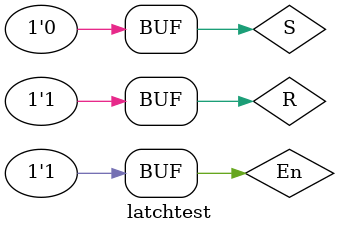
<source format=v>
module latchtest;
    reg S, R, En; wire Q;
    srlatch_4 LAT(S[3:0],R[3:0],En,Q[3:0]);
    initial
    begin
        $monitor ($time , " En=%b S=%b R=%b, Q=%b",
        En, S, R, Q);
        // $dumpfile ("q4.vcd");
		// $dumpvars (a,b, q4);
        // En =1'b1;
        //En =1'b1;
           En = 1'b1; S = 4'hf; R = 4'hf;
        //En =1'b0;
        #5 En = 1'b1; S = 4'hf; R = 4'h0;
        //En =1'b1;
        #5 En = 1'b0; S = 4'h0; R = 4'hf;
        //En =1'b0;
        #5 En = 1'b1; S = 4'h0; R = 4'hf;
        //En =1'b1;
    end
endmodule
</source>
